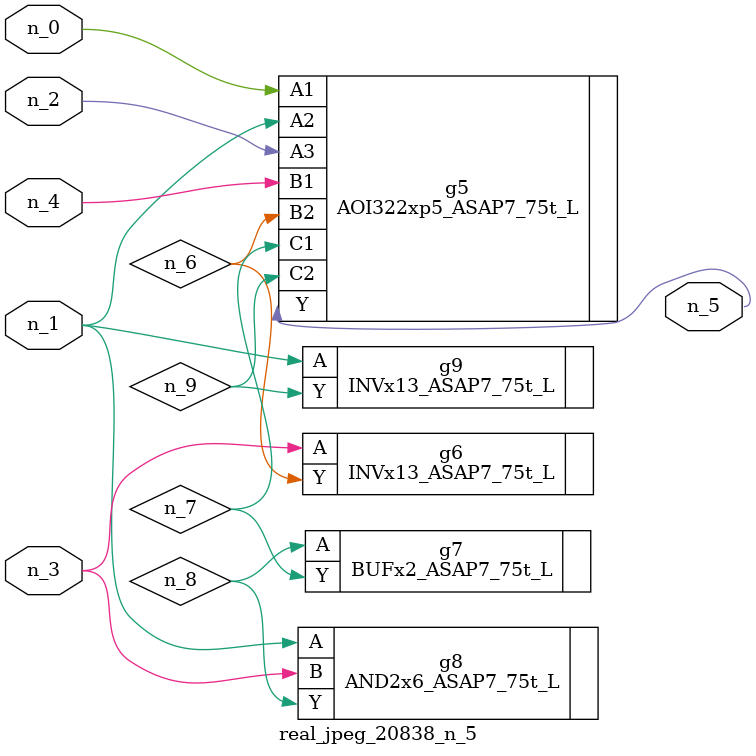
<source format=v>
module real_jpeg_20838_n_5 (n_4, n_0, n_1, n_2, n_3, n_5);

input n_4;
input n_0;
input n_1;
input n_2;
input n_3;

output n_5;

wire n_8;
wire n_6;
wire n_7;
wire n_9;

AOI322xp5_ASAP7_75t_L g5 ( 
.A1(n_0),
.A2(n_1),
.A3(n_2),
.B1(n_4),
.B2(n_6),
.C1(n_7),
.C2(n_9),
.Y(n_5)
);

AND2x6_ASAP7_75t_L g8 ( 
.A(n_1),
.B(n_3),
.Y(n_8)
);

INVx13_ASAP7_75t_L g9 ( 
.A(n_1),
.Y(n_9)
);

INVx13_ASAP7_75t_L g6 ( 
.A(n_3),
.Y(n_6)
);

BUFx2_ASAP7_75t_L g7 ( 
.A(n_8),
.Y(n_7)
);


endmodule
</source>
